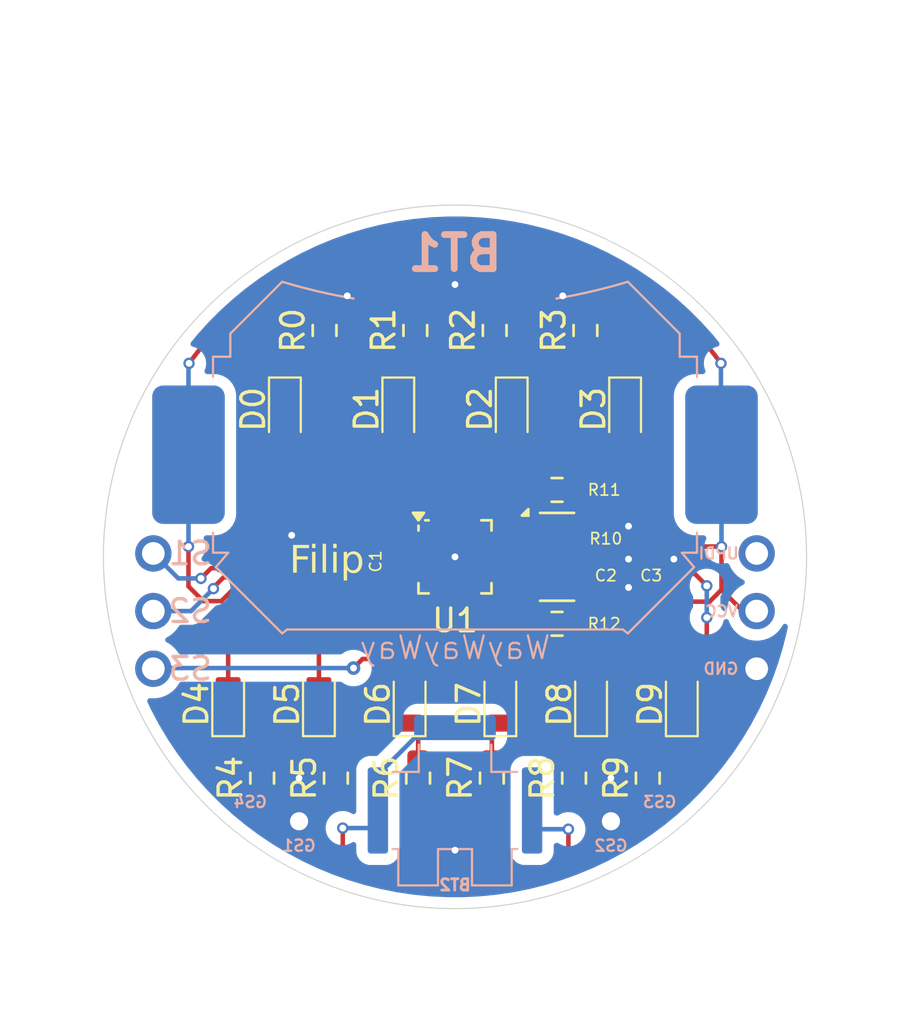
<source format=kicad_pcb>
(kicad_pcb (version 20241229) (generator "pcbnew") (generator_version "9.0")
  (layers (0 "F.Cu" signal) (2 "B.Cu" signal) (13 "F.Paste" user) (15 "B.Paste" user) (5 "F.SilkS" user "F.Silkscreen") (7 "B.SilkS" user "B.Silkscreen") (1 "F.Mask" user) (3 "B.Mask" user) (25 "Edge.Cuts" user))
  (net 0 "")
  (net 1 "VCC")
  (net 2 "GND")
  (net 3 "Net-(D0-K)")
  (net 4 "Net-(D1-K)")
  (net 5 "Net-(D2-K)")
  (net 6 "Net-(D3-K)")
  (net 7 "Net-(D4-K)")
  (net 8 "Net-(D5-K)")
  (net 9 "Net-(D6-K)")
  (net 10 "Net-(D7-K)")
  (net 11 "Net-(D8-K)")
  (net 12 "Net-(D9-K)")
  (net 13 "Net-(D3-A)")
  (net 14 "Net-(D6-A)")
  (net 15 "Net-(U1-PB1)")
  (net 16 "Net-(D9-A)")
  (net 17 "Net-(D2-A)")
  (net 18 "Net-(D8-A)")
  (net 19 "Net-(D1-A)")
  (net 20 "Net-(D0-A)")
  (net 21 "Net-(D7-A)")
  (net 22 "Net-(U1-~{RESET}{slash}PA0)")
  (net 23 "Net-(U1-PB0)")
  (net 24 "Net-(D5-A)")
  (net 25 "Net-(D4-A)")
  (net 26 "Net-(U2-EVI)")
  (net 30 "Net-(BackupBT1-+)")
  (net 31 "Net-(S1-In)")
  (net 32 "Net-(S2-In)")
  (net 33 "Net-(S3-In)")
  (footprint "Library:MiNiPLCC-2" (layer "F.Cu") (at 90 106.5 90)
    (property "Reference" "D4" (at 0 -1.4 90) (layer "F.SilkS"))
    (property "Value" "RED" (hide yes))
    (pad "1" smd roundrect (at -0.825 0 90) (size 0.75 1.1) (layers "F.Cu" "F.Mask" "F.Paste") (roundrect_rratio 0.15) (net 7 "Net-(D4-K)"))
    (pad "2" smd roundrect (at 0.825 0 90) (size 0.75 1.1) (layers "F.Cu" "F.Mask" "F.Paste") (roundrect_rratio 0.15) (net 25 "Net-(D4-A)"))
  )
  (footprint "Resistor_SMD:R_0603_1608Metric" (layer "F.Cu") (at 101.625 109.75 -90)
    (property "Reference" "R7" (at 0 1.4 90) (layer "F.SilkS"))
    (property "Value" "240Ω" (hide yes))
    (pad "1" smd roundrect (at -0.825 0 270) (size 0.8 0.95) (layers "F.Cu" "F.Mask" "F.Paste") (net 10 "Net-(D7-K)"))
    (pad "2" smd roundrect (at 0.825 0 270) (size 0.8 0.95) (layers "F.Cu" "F.Mask" "F.Paste") (net 2 "GND"))
  )
  (footprint "Resistor_SMD:R_0603_1608Metric" (layer "F.Cu") (at 94.75 109.75 -90)
    (property "Reference" "R5" (at 0 1.4 90) (layer "F.SilkS"))
    (property "Value" "240Ω" (hide yes))
    (pad "1" smd roundrect (at -0.825 0 270) (size 0.8 0.95) (layers "F.Cu" "F.Mask" "F.Paste") (net 8 "Net-(D5-K)"))
    (pad "2" smd roundrect (at 0.825 0 270) (size 0.8 0.95) (layers "F.Cu" "F.Mask" "F.Paste") (net 2 "GND"))
  )
  (footprint "Resistor_SMD:R_0603_1608Metric" (layer "F.Cu") (at 104.5 97.05 180)
    (property "Reference" "R11" (at -2.0775 0 0) (layer "F.SilkS") (effects (font (size 0.5 0.5) (thickness 0.075))))
    (property "Value" "10KΩ" (hide yes))
    (pad "1" smd roundrect (at -0.825 0 180) (size 0.8 0.95) (layers "F.Cu" "F.Mask" "F.Paste") (net 1 "VCC"))
    (pad "2" smd roundrect (at 0.825 0 180) (size 0.8 0.95) (layers "F.Cu" "F.Mask" "F.Paste") (net 23 "Net-(U1-PB0)"))
  )
  (footprint "Resistor_SMD:R_0603_1608Metric" (layer "F.Cu") (at 108.5 109.75 -90)
    (property "Reference" "R9" (at 0 1.4 90) (layer "F.SilkS"))
    (property "Value" "240Ω" (hide yes))
    (pad "1" smd roundrect (at -0.825 0 270) (size 0.8 0.95) (layers "F.Cu" "F.Mask" "F.Paste") (net 12 "Net-(D9-K)"))
    (pad "2" smd roundrect (at 0.825 0 270) (size 0.8 0.95) (layers "F.Cu" "F.Mask" "F.Paste") (net 2 "GND"))
  )
  (footprint "Resistor_SMD:R_0603_1608Metric" (layer "F.Cu") (at 98.375 109.75 -90)
    (property "Reference" "R6" (at 0 1.4 90) (layer "F.SilkS"))
    (property "Value" "240Ω" (hide yes))
    (pad "1" smd roundrect (at -0.825 0 270) (size 0.8 0.95) (layers "F.Cu" "F.Mask" "F.Paste") (net 9 "Net-(D6-K)"))
    (pad "2" smd roundrect (at 0.825 0 270) (size 0.8 0.95) (layers "F.Cu" "F.Mask" "F.Paste") (net 2 "GND"))
  )
  (footprint "Resistor_SMD:R_0603_1608Metric" (layer "F.Cu") (at 105.75 90.025 90)
    (property "Reference" "R3" (at 0 -1.4 90) (layer "F.SilkS"))
    (property "Value" "240Ω" (hide yes))
    (pad "1" smd roundrect (at -0.825 0 90) (size 0.8 0.95) (layers "F.Cu" "F.Mask" "F.Paste") (net 6 "Net-(D3-K)"))
    (pad "2" smd roundrect (at 0.825 0 90) (size 0.8 0.95) (layers "F.Cu" "F.Mask" "F.Paste") (net 2 "GND"))
  )
  (footprint "Resistor_SMD:R_0603_1608Metric" (layer "F.Cu") (at 98.25 90.025 90)
    (property "Reference" "R1" (at 0 -1.4 90) (layer "F.SilkS"))
    (property "Value" "240Ω" (hide yes))
    (pad "1" smd roundrect (at -0.825 0 90) (size 0.8 0.95) (layers "F.Cu" "F.Mask" "F.Paste") (net 4 "Net-(D1-K)"))
    (pad "2" smd roundrect (at 0.825 0 90) (size 0.8 0.95) (layers "F.Cu" "F.Mask" "F.Paste") (net 2 "GND"))
  )
  (footprint "Library:MiNiPLCC-2" (layer "F.Cu") (at 97.5 93.5 -90)
    (property "Reference" "D1" (at 0 1.4 90) (layer "F.SilkS"))
    (property "Value" "RED" (hide yes))
    (pad "1" smd roundrect (at -0.825 0 270) (size 0.75 1.1) (layers "F.Cu" "F.Mask" "F.Paste") (roundrect_rratio 0.15) (net 4 "Net-(D1-K)"))
    (pad "2" smd roundrect (at 0.825 0 270) (size 0.75 1.1) (layers "F.Cu" "F.Mask" "F.Paste") (roundrect_rratio 0.15) (net 19 "Net-(D1-A)"))
  )
  (footprint "Package_DFN_QFN:VQFN-20-1EP_3x3mm_P0.4mm_EP1.7x1.7mm" (layer "F.Cu") (at 100 100)
    (property "Reference" "U1" (at 0 2.8 0) (layer "F.SilkS"))
    (property "Value" "ATtiny1616-M" (hide yes))
    (pad "1" smd custom (at -1.45 -0.8) (size 0.143431 0.143431) (layers "F.Cu" "F.Mask" "F.Paste") (net 31 "Net-(S1-In)") (options (clearance outline) (anchor circle)) (primitives (gr_poly (pts (xy -0.35 -0.05) (xy 0.299289 -0.05) (xy 0.35 0.000711) (xy 0.35 0.05) (xy -0.35 0.05)) (width 0.1) (fill yes))))
    (pad "2" smd roundrect (at -1.45 -0.4) (size 0.8 0.2) (layers "F.Cu" "F.Mask" "F.Paste") (net 32 "Net-(S2-In)"))
    (pad "3" smd roundrect (at -1.45 0) (size 0.8 0.2) (layers "F.Cu" "F.Mask" "F.Paste") (net 2 "GND"))
    (pad "4" smd roundrect (at -1.45 0.4) (size 0.8 0.2) (layers "F.Cu" "F.Mask" "F.Paste") (net 1 "VCC"))
    (pad "5" smd custom (at -1.45 0.8) (size 0.143431 0.143431) (layers "F.Cu" "F.Mask" "F.Paste") (net 25 "Net-(D4-A)") (options (clearance outline) (anchor circle)) (primitives (gr_poly (pts (xy -0.35 -0.05) (xy 0.35 -0.05) (xy 0.35 -0.000711) (xy 0.299289 0.05) (xy -0.35 0.05)) (width 0.1) (fill yes))))
    (pad "6" smd custom (at -0.8 1.45) (size 0.143431 0.143431) (layers "F.Cu" "F.Mask" "F.Paste") (net 24 "Net-(D5-A)") (options (clearance outline) (anchor circle)) (primitives (gr_poly (pts (xy -0.05 -0.299289) (xy 0.000711 -0.35) (xy 0.05 -0.35) (xy 0.05 0.35) (xy -0.05 0.35)) (width 0.1) (fill yes))))
    (pad "7" smd roundrect (at -0.4 1.45) (size 0.2 0.8) (layers "F.Cu" "F.Mask" "F.Paste") (net 33 "Net-(S3-In)"))
    (pad "8" smd roundrect (at 0 1.45) (size 0.2 0.8) (layers "F.Cu" "F.Mask" "F.Paste") (net 14 "Net-(D6-A)"))
    (pad "9" smd roundrect (at 0.4 1.45) (size 0.2 0.8) (layers "F.Cu" "F.Mask" "F.Paste") (net 21 "Net-(D7-A)"))
    (pad "10" smd custom (at 0.8 1.45) (size 0.143431 0.143431) (layers "F.Cu" "F.Mask" "F.Paste") (net 18 "Net-(D8-A)") (options (clearance outline) (anchor circle)) (primitives (gr_poly (pts (xy -0.05 -0.35) (xy -0.000711 -0.35) (xy 0.05 -0.299289) (xy 0.05 0.35) (xy -0.05 0.35)) (width 0.1) (fill yes))))
    (pad "11" smd custom (at 1.45 0.8) (size 0.143431 0.143431) (layers "F.Cu" "F.Mask" "F.Paste") (net 16 "Net-(D9-A)") (options (clearance outline) (anchor circle)) (primitives (gr_poly (pts (xy -0.35 -0.05) (xy 0.35 -0.05) (xy 0.35 0.05) (xy -0.299289 0.05) (xy -0.35 -0.000711)) (width 0.1) (fill yes))))
    (pad "12" smd roundrect (at 1.45 0.4) (size 0.8 0.2) (layers "F.Cu" "F.Mask" "F.Paste"))
    (pad "13" smd roundrect (at 1.45 0) (size 0.8 0.2) (layers "F.Cu" "F.Mask" "F.Paste") (net 15 "Net-(U1-PB1)"))
    (pad "14" smd roundrect (at 1.45 -0.4) (size 0.8 0.2) (layers "F.Cu" "F.Mask" "F.Paste") (net 23 "Net-(U1-PB0)"))
    (pad "15" smd custom (at 1.45 -0.8) (size 0.143431 0.143431) (layers "F.Cu" "F.Mask" "F.Paste") (options (clearance outline) (anchor circle)) (primitives (gr_poly (pts (xy -0.35 0.000711) (xy -0.299289 -0.05) (xy 0.35 -0.05) (xy 0.35 0.05) (xy -0.35 0.05)) (width 0.1) (fill yes))))
    (pad "16" smd custom (at 0.8 -1.45) (size 0.143431 0.143431) (layers "F.Cu" "F.Mask" "F.Paste") (net 13 "Net-(D3-A)") (options (clearance outline) (anchor circle)) (primitives (gr_poly (pts (xy -0.05 -0.35) (xy 0.05 -0.35) (xy 0.05 0.299289) (xy -0.000711 0.35) (xy -0.05 0.35)) (width 0.1) (fill yes))))
    (pad "17" smd roundrect (at 0.4 -1.45) (size 0.2 0.8) (layers "F.Cu" "F.Mask" "F.Paste") (net 17 "Net-(D2-A)"))
    (pad "18" smd roundrect (at 0 -1.45) (size 0.2 0.8) (layers "F.Cu" "F.Mask" "F.Paste") (net 19 "Net-(D1-A)"))
    (pad "19" smd roundrect (at -0.4 -1.45) (size 0.2 0.8) (layers "F.Cu" "F.Mask" "F.Paste") (net 22 "Net-(U1-~{RESET}{slash}PA0)"))
    (pad "20" smd custom (at -0.8 -1.45) (size 0.143431 0.143431) (layers "F.Cu" "F.Mask" "F.Paste") (net 20 "Net-(D0-A)") (options (clearance outline) (anchor circle)) (primitives (gr_poly (pts (xy -0.05 -0.35) (xy 0.05 -0.35) (xy 0.05 0.35) (xy 0.000711 0.35) (xy -0.05 0.299289)) (width 0.1) (fill yes))))
    (pad "21" smd rect (at 0 0) (size 1.7 1.7) (property pad_prop_heatsink) (layers "F.Cu" "F.Mask") (net 2 "GND"))
  )
  (footprint "Library:MiNiPLCC-2" (layer "F.Cu") (at 92.5 93.5 -90)
    (property "Reference" "D0" (at 0 1.4 90) (layer "F.SilkS"))
    (property "Value" "RED" (hide yes))
    (pad "1" smd roundrect (at -0.825 0 270) (size 0.75 1.1) (layers "F.Cu" "F.Mask" "F.Paste") (roundrect_rratio 0.15) (net 3 "Net-(D0-K)"))
    (pad "2" smd roundrect (at 0.825 0 270) (size 0.75 1.1) (layers "F.Cu" "F.Mask" "F.Paste") (roundrect_rratio 0.15) (net 20 "Net-(D0-A)"))
  )
  (footprint "Resistor_SMD:R_0603_1608Metric" (layer "F.Cu") (at 104.5 102.95 180)
    (property "Reference" "R12" (at -2.075 0 0) (layer "F.SilkS") (effects (font (size 0.5 0.5) (thickness 0.075))))
    (property "Value" "10KΩ" (hide yes))
    (pad "1" smd roundrect (at -0.825 0 180) (size 0.8 0.95) (layers "F.Cu" "F.Mask" "F.Paste") (net 1 "VCC"))
    (pad "2" smd roundrect (at 0.825 0 180) (size 0.8 0.95) (layers "F.Cu" "F.Mask" "F.Paste") (net 15 "Net-(U1-PB1)"))
  )
  (footprint "Library:MiNiPLCC-2" (layer "F.Cu") (at 98 106.5 90)
    (property "Reference" "D6" (at 0 -1.4 90) (layer "F.SilkS"))
    (property "Value" "RED" (hide yes))
    (pad "1" smd roundrect (at -0.825 0 90) (size 0.75 1.1) (layers "F.Cu" "F.Mask" "F.Paste") (roundrect_rratio 0.15) (net 9 "Net-(D6-K)"))
    (pad "2" smd roundrect (at 0.825 0 90) (size 0.75 1.1) (layers "F.Cu" "F.Mask" "F.Paste") (roundrect_rratio 0.15) (net 14 "Net-(D6-A)"))
  )
  (footprint "Capacitor_SMD:C_0201_0603Metric" (layer "F.Cu") (at 106.65 100.1)
    (property "Reference" "C2" (at 0 0.725 180) (layer "F.SilkS") (effects (font (size 0.5 0.5) (thickness 0.075))))
    (property "Value" "0.1 µF" (hide yes))
    (pad "1" smd roundrect (at -0.32 0) (size 0.46 0.4) (layers "F.Cu" "F.Mask") (net 1 "VCC"))
    (pad "2" smd roundrect (at 0.32 0) (size 0.46 0.4) (layers "F.Cu" "F.Mask") (net 2 "GND"))
  )
  (footprint "Library:MiNiPLCC-2" (layer "F.Cu") (at 102.5 93.5 -90)
    (property "Reference" "D2" (at 0 1.4 90) (layer "F.SilkS"))
    (property "Value" "RED" (hide yes))
    (pad "1" smd roundrect (at -0.825 0 270) (size 0.75 1.1) (layers "F.Cu" "F.Mask" "F.Paste") (roundrect_rratio 0.15) (net 5 "Net-(D2-K)"))
    (pad "2" smd roundrect (at 0.825 0 270) (size 0.75 1.1) (layers "F.Cu" "F.Mask" "F.Paste") (roundrect_rratio 0.15) (net 17 "Net-(D2-A)"))
  )
  (footprint "Library:MiNiPLCC-2" (layer "F.Cu") (at 94 106.5 90)
    (property "Reference" "D5" (at 0 -1.4 90) (layer "F.SilkS"))
    (property "Value" "RED" (hide yes))
    (pad "1" smd roundrect (at -0.825 0 90) (size 0.75 1.1) (layers "F.Cu" "F.Mask" "F.Paste") (roundrect_rratio 0.15) (net 8 "Net-(D5-K)"))
    (pad "2" smd roundrect (at 0.825 0 90) (size 0.75 1.1) (layers "F.Cu" "F.Mask" "F.Paste") (roundrect_rratio 0.15) (net 24 "Net-(D5-A)"))
  )
  (footprint "Resistor_SMD:R_0603_1608Metric" (layer "F.Cu") (at 101.75 90.025 90)
    (property "Reference" "R2" (at 0 -1.4 90) (layer "F.SilkS"))
    (property "Value" "240Ω" (hide yes))
    (pad "1" smd roundrect (at -0.825 0 90) (size 0.8 0.95) (layers "F.Cu" "F.Mask" "F.Paste") (net 5 "Net-(D2-K)"))
    (pad "2" smd roundrect (at 0.825 0 90) (size 0.8 0.95) (layers "F.Cu" "F.Mask" "F.Paste") (net 2 "GND"))
  )
  (footprint "Resistor_SMD:R_0603_1608Metric" (layer "F.Cu") (at 91.5 109.75 -90)
    (property "Reference" "R4" (at 0 1.4 90) (layer "F.SilkS"))
    (property "Value" "240Ω" (hide yes))
    (pad "1" smd roundrect (at -0.825 0 270) (size 0.8 0.95) (layers "F.Cu" "F.Mask" "F.Paste") (net 7 "Net-(D4-K)"))
    (pad "2" smd roundrect (at 0.825 0 270) (size 0.8 0.95) (layers "F.Cu" "F.Mask" "F.Paste") (net 2 "GND"))
  )
  (footprint "Capacitor_SMD:C_0201_0603Metric" (layer "F.Cu") (at 97.2 100.2 90)
    (property "Reference" "C1" (at 0 -0.7 270) (layer "F.SilkS") (effects (font (size 0.5 0.5) (thickness 0.075))))
    (property "Value" "0.1 µF" (hide yes))
    (pad "1" smd roundrect (at -0.32 0 90) (size 0.46 0.4) (layers "F.Cu" "F.Mask") (net 1 "VCC"))
    (pad "2" smd roundrect (at 0.32 0 90) (size 0.46 0.4) (layers "F.Cu" "F.Mask") (net 2 "GND"))
  )
  (footprint "Library:MiNiPLCC-2" (layer "F.Cu") (at 102 106.5 90)
    (property "Reference" "D7" (at 0 -1.4 90) (layer "F.SilkS"))
    (property "Value" "RED" (hide yes))
    (pad "1" smd roundrect (at -0.825 0 90) (size 0.75 1.1) (layers "F.Cu" "F.Mask" "F.Paste") (roundrect_rratio 0.15) (net 10 "Net-(D7-K)"))
    (pad "2" smd roundrect (at 0.825 0 90) (size 0.75 1.1) (layers "F.Cu" "F.Mask" "F.Paste") (roundrect_rratio 0.15) (net 21 "Net-(D7-A)"))
  )
  (footprint "Package_SON:MicroCrystal_C7_SON-8_1.5x3.2mm_P0.9mm" (layer "F.Cu") (at 104.5 100)
    (property "Reference" "U2" (hide yes))
    (property "Value" "RV-3028-C7" (hide yes))
    (pad "1" smd roundrect (at -0.6 -1.35) (size 0.8 0.5) (layers "F.Cu" "F.Mask" "F.Paste"))
    (pad "2" smd roundrect (at -0.6 -0.45) (size 0.8 0.5) (layers "F.Cu" "F.Mask" "F.Paste"))
    (pad "3" smd roundrect (at -0.6 0.45) (size 0.8 0.5) (layers "F.Cu" "F.Mask" "F.Paste") (net 23 "Net-(U1-PB0)"))
    (pad "4" smd roundrect (at -0.6 1.35) (size 0.8 0.5) (layers "F.Cu" "F.Mask" "F.Paste") (net 15 "Net-(U1-PB1)"))
    (pad "5" smd roundrect (at 0.6 1.35) (size 0.8 0.5) (layers "F.Cu" "F.Mask" "F.Paste") (net 2 "GND"))
    (pad "6" smd roundrect (at 0.6 0.45) (size 0.8 0.5) (layers "F.Cu" "F.Mask" "F.Paste") (net 30 "Net-(BackupBT1-+)"))
    (pad "7" smd roundrect (at 0.6 -0.45) (size 0.8 0.5) (layers "F.Cu" "F.Mask" "F.Paste") (net 1 "VCC"))
    (pad "8" smd roundrect (at 0.6 -1.35) (size 0.8 0.5) (layers "F.Cu" "F.Mask" "F.Paste") (net 26 "Net-(U2-EVI)"))
  )
  (footprint "Resistor_SMD:R_0201_0603Metric" (layer "F.Cu") (at 106.65 98.475)
    (property "Reference" "R10" (at 0 0.725 0) (layer "F.SilkS") (effects (font (size 0.5 0.5) (thickness 0.075))))
    (property "Value" "10KΩ" (hide yes))
    (pad "1" smd roundrect (at -0.32 0) (size 0.46 0.4) (layers "F.Cu" "F.Mask") (net 26 "Net-(U2-EVI)"))
    (pad "2" smd roundrect (at 0.32 0) (size 0.46 0.4) (layers "F.Cu" "F.Mask") (net 2 "GND"))
  )
  (footprint "Library:MiNiPLCC-2" (layer "F.Cu") (at 110 106.5 90)
    (property "Reference" "D9" (at 0 -1.4 90) (layer "F.SilkS"))
    (property "Value" "RED" (hide yes))
    (pad "1" smd roundrect (at -0.825 0 90) (size 0.75 1.1) (layers "F.Cu" "F.Mask" "F.Paste") (roundrect_rratio 0.15) (net 12 "Net-(D9-K)"))
    (pad "2" smd roundrect (at 0.825 0 90) (size 0.75 1.1) (layers "F.Cu" "F.Mask" "F.Paste") (roundrect_rratio 0.15) (net 16 "Net-(D9-A)"))
  )
  (footprint "Capacitor_SMD:C_0201_0603Metric" (layer "F.Cu") (at 108.65 100.1 180)
    (property "Reference" "C3" (at 0 -0.725 0) (layer "F.SilkS") (effects (font (size 0.5 0.5) (thickness 0.075))))
    (property "Value" "0.1 µF" (hide yes))
    (pad "1" smd roundrect (at -0.32 0 180) (size 0.46 0.4) (layers "F.Cu" "F.Mask") (net 2 "GND"))
    (pad "2" smd roundrect (at 0.32 0 180) (size 0.46 0.4) (layers "F.Cu" "F.Mask") (net 30 "Net-(BackupBT1-+)"))
  )
  (footprint "Library:MiNiPLCC-2" (layer "F.Cu") (at 107.5 93.5 -90)
    (property "Reference" "D3" (at 0 1.4 90) (layer "F.SilkS"))
    (property "Value" "RED" (hide yes))
    (pad "1" smd roundrect (at -0.825 0 270) (size 0.75 1.1) (layers "F.Cu" "F.Mask" "F.Paste") (roundrect_rratio 0.15) (net 6 "Net-(D3-K)"))
    (pad "2" smd roundrect (at 0.825 0 270) (size 0.75 1.1) (layers "F.Cu" "F.Mask" "F.Paste") (roundrect_rratio 0.15) (net 13 "Net-(D3-A)"))
  )
  (footprint "Resistor_SMD:R_0603_1608Metric" (layer "F.Cu") (at 105.25 109.75 -90)
    (property "Reference" "R8" (at 0 1.4 90) (layer "F.SilkS"))
    (property "Value" "240Ω" (hide yes))
    (pad "1" smd roundrect (at -0.825 0 270) (size 0.8 0.95) (layers "F.Cu" "F.Mask" "F.Paste") (net 11 "Net-(D8-K)"))
    (pad "2" smd roundrect (at 0.825 0 270) (size 0.8 0.95) (layers "F.Cu" "F.Mask" "F.Paste") (net 2 "GND"))
  )
  (footprint "Resistor_SMD:R_0603_1608Metric" (layer "F.Cu") (at 94.25 90.025 90)
    (property "Reference" "R0" (at 0 -1.4 90) (layer "F.SilkS"))
    (property "Value" "240Ω" (hide yes))
    (pad "1" smd roundrect (at -0.825 0 90) (size 0.8 0.95) (layers "F.Cu" "F.Mask" "F.Paste") (net 3 "Net-(D0-K)"))
    (pad "2" smd roundrect (at 0.825 0 90) (size 0.8 0.95) (layers "F.Cu" "F.Mask" "F.Paste") (net 2 "GND"))
  )
  (footprint "Library:MiNiPLCC-2" (layer "F.Cu") (at 106 106.5 90)
    (property "Reference" "D8" (at 0 -1.4 90) (layer "F.SilkS"))
    (property "Value" "RED" (hide yes))
    (pad "1" smd roundrect (at -0.825 0 90) (size 0.75 1.1) (layers "F.Cu" "F.Mask" "F.Paste") (roundrect_rratio 0.15) (net 11 "Net-(D8-K)"))
    (pad "2" smd roundrect (at 0.825 0 90) (size 0.75 1.1) (layers "F.Cu" "F.Mask" "F.Paste") (roundrect_rratio 0.15) (net 18 "Net-(D8-A)"))
  )
  (footprint "Library:SolderPoints" (layer "B.Cu") (at 86.7 104.93 180)
    (property "Reference" "S3" (at -1.63 0 0) (layer "B.SilkS") (effects (justify mirror)))
    (property "Value" "~")
    (pad "1" thru_hole circle (at 0 0 180) (size 1.6 1.6) (drill 1) (layers "*.Cu" "*.Mask") (net 33 "Net-(S3-In)"))
  )
  (footprint "Library:SolderPoints" (layer "B.Cu") (at 90.975 108.1 180)
    (property "Reference" "GS4" (at 0 -2.7 0) (layer "B.SilkS") (effects (font (size 0.5 0.5) (thickness 0.1)) (justify mirror)))
    (property "Value" "~" (hide yes))
    (pad "1" smd circle (at 0 0 180) (size 4.5 4.5) (layers "B.Cu" "B.Mask") (net 2 "GND"))
  )
  (footprint "Library:SolderPoints" (layer "B.Cu") (at 113.3 104.93 180)
    (property "Reference" "GND" (at 1.575 0 0) (layer "B.SilkS") (effects (font (size 0.5 0.5) (thickness 0.1) (bold yes)) (justify mirror)))
    (property "Value" "TestPoint" (hide yes))
    (pad "1" thru_hole circle (at 0 0 180) (size 1.6 1.6) (drill 1) (layers "*.Cu" "*.Mask") (net 2 "GND"))
  )
  (footprint "Library:SolderPoints" (layer "B.Cu") (at 113.3 99.85 180)
    (property "Reference" "UPDI" (at 1.675 0 0) (layer "B.SilkS") (effects (font (size 0.5 0.5) (thickness 0.1) (bold yes)) (justify mirror)))
    (property "Value" "TestPoint" (hide yes))
    (pad "1" thru_hole circle (at 0 0 180) (size 1.6 1.6) (drill 1) (layers "*.Cu" "*.Mask") (net 22 "Net-(U1-~{RESET}{slash}PA0)"))
  )
  (footprint "Library:MY-521-01" (layer "B.Cu") (at 100 111.175 180)
    (property "Reference" "BackupBT1" (hide yes))
    (property "Value" "SR521SW Watch_Battery" (hide yes))
    (pad "1" smd roundrect (at -3.4 0 180) (size 0.9 3.8) (layers "B.Cu" "B.Mask" "B.Paste") (roundrect_rratio 0.15) (net 30 "Net-(BackupBT1-+)"))
    (pad "1" smd roundrect (at 0 3.65 180) (size 3.6 1.1) (layers "B.Cu" "B.Mask" "B.Paste") (roundrect_rratio 0.15) (net 30 "Net-(BackupBT1-+)"))
    (pad "1" smd roundrect (at 3.4 0 180) (size 0.9 3.8) (layers "B.Cu" "B.Mask" "B.Paste") (roundrect_rratio 0.15) (net 30 "Net-(BackupBT1-+)"))
    (pad "2" smd circle (at 0 0 180) (size 2.4 2.4) (layers "B.Cu" "B.Mask") (net 2 "GND"))
  )
  (footprint "Library:SolderPoints" (layer "B.Cu") (at 109.025 108.1 180)
    (property "Reference" "GS3" (at 0 -2.7 0) (layer "B.SilkS") (effects (font (size 0.5 0.5) (thickness 0.1)) (justify mirror)))
    (property "Value" "~")
    (pad "1" smd circle (at 0 0 180) (size 4.5 4.5) (layers "B.Cu" "B.Mask") (net 2 "GND"))
  )
  (footprint "Library:SolderPoints" (layer "B.Cu") (at 86.7 99.85 180)
    (property "Reference" "S1" (at -1.63 0 0) (layer "B.SilkS") (effects (justify mirror)))
    (property "Value" "~")
    (pad "1" thru_hole circle (at 0 0 180) (size 1.6 1.6) (drill 1) (layers "*.Cu" "*.Mask") (net 31 "Net-(S1-In)"))
  )
  (footprint "Library:SolderPoints" (layer "B.Cu") (at 106.875 112.275 180)
    (property "Reference" "GS2" (at 0 -0.45 0) (layer "B.SilkS") (effects (font (size 0.5 0.5) (thickness 0.1)) (justify mirror)))
    (property "Value" "~" (hide yes))
    (pad "1" thru_hole circle (at 0 0.625 180) (size 1.4 1.4) (drill 0.8) (layers "*.Cu" "*.Mask") (net 2 "GND"))
  )
  (footprint "Library:SolderPoints" (layer "B.Cu") (at 93.125 112.275 180)
    (property "Reference" "GS1" (at 0 -0.45 0) (layer "B.SilkS") (effects (font (size 0.5 0.5) (thickness 0.1)) (justify mirror)))
    (property "Value" "~" (hide yes))
    (pad "1" thru_hole circle (at 0 0.625 180) (size 1.4 1.4) (drill 0.8) (layers "*.Cu" "*.Mask") (net 2 "GND"))
  )
  (footprint "Library:SolderPoints" (layer "B.Cu") (at 113.3 102.39 180)
    (property "Reference" "VCC" (at 1.55 -0.01 0) (layer "B.SilkS") (effects (font (size 0.5 0.5) (thickness 0.1) (bold yes)) (justify mirror)))
    (property "Value" "TestPoint" (hide yes))
    (pad "1" thru_hole circle (at 0 0 180) (size 1.6 1.6) (drill 1) (layers "*.Cu" "*.Mask") (net 1 "VCC"))
  )
  (footprint "Library:SolderPoints" (layer "B.Cu") (at 86.7 102.39 180)
    (property "Reference" "S2" (at -1.63 0 0) (layer "B.SilkS") (effects (justify mirror)))
    (property "Value" "~")
    (pad "1" thru_hole circle (at 0 0 180) (size 1.6 1.6) (drill 1) (layers "*.Cu" "*.Mask") (net 32 "Net-(S2-In)"))
  )
  (footprint "Library:MY-2032-11" (layer "B.Cu") (at 100 95.5)
    (property "Reference" "BT1" (hide yes))
    (property "Value" "2032 Battery_Cell" (hide yes))
    (pad "1" smd roundrect (at -11.75 0) (size 3.2 6.1) (layers "B.Cu" "B.Mask" "B.Paste") (roundrect_rratio 0.15) (net 1 "VCC"))
    (pad "1" smd roundrect (at 11.75 0) (size 3.2 6.1) (layers "B.Cu" "B.Mask" "B.Paste") (roundrect_rratio 0.15) (net 1 "VCC"))
    (pad "2" smd circle (at 0 0) (size 15 15) (layers "B.Cu" "B.Mask") (net 2 "GND"))
  )
  (gr_arc (start 88.275 91.475) (mid 99.997247 85.503406) (end 111.721761 91.470548) (stroke (width 0.2)) (layer "F.Cu") (net 1))
  (gr_arc (start 111.1 109.45) (mid 103.741783 114.089413) (end 95.051262 113.712129) (stroke (width 0.2)) (layer "F.Cu") (net 30))
  (gr_circle (center 100 100) (end 115.5 100) (stroke (width 0.05)) (fill no) (layer "Edge.Cuts"))
  (gr_text "Filip" (at 94.35 100.2 0) (layer "F.SilkS") (effects (font (size 1.2 1.2))))
  (gr_text "BT2" (at 100 114.75 0) (layer "B.SilkS") (effects (font (size 0.5 0.5) (thickness 0.125) (bold yes)) (justify bottom mirror)))
  (gr_text "WayWayWay" (at 100 104 0) (layer "B.SilkS") (effects (font (size 1 1) (thickness 0.1)) (justify mirror)))
  (gr_text "BT1" (at 100 87.5 0) (layer "B.SilkS") (effects (font (size 1.5 1.5) (thickness 0.3) (bold yes)) (justify bottom mirror)))
  (segment (start 97.09 101.35) (end 97.69 100.75) (width 0.2) (layer "F.Cu") (net 1))
  (segment (start 106.1 99.55) (end 111.75 99.55) (width 0.2) (layer "F.Cu") (net 1))
  (segment (start 97.49 100.4) (end 97.41 100.48) (width 0.2) (layer "F.Cu") (net 1))
  (segment (start 97.9 100.4) (end 97.49 100.4) (width 0.2) (layer "F.Cu") (net 1))
  (segment (start 105.1 99.55) (end 106.1 99.55) (width 0.2) (layer "F.Cu") (net 1))
  (segment (start 108.2 99.275) (end 108.2 98.225) (width 0.2) (layer "F.Cu") (net 1))
  (segment (start 97.275 100.675) (end 97.28 100.675) (width 0.1) (layer "F.Cu") (net 1))
  (segment (start 111.75 101.45) (end 111.75 99.55) (width 0.2) (layer "F.Cu") (net 1))
  (segment (start 111.225 101.975) (end 111.75 101.45) (width 0.2) (layer "F.Cu") (net 1))
  (segment (start 106.3 101.975) (end 111.225 101.975) (width 0.2) (layer "F.Cu") (net 1))
  (segment (start 88.9 101.95) (end 89.7 101.95) (width 0.2) (layer "F.Cu") (net 1))
  (segment (start 107.95 97.975) (end 105.95 97.975) (width 0.2) (layer "F.Cu") (net 1))
  (segment (start 108.2 98.225) (end 107.95 97.975) (width 0.2) (layer "F.Cu") (net 1))
  (segment (start 108.475 99.55) (end 108.2 99.275) (width 0.2) (layer "F.Cu") (net 1))
  (segment (start 90.3 101.35) (end 97.09 101.35) (width 0.2) (layer "F.Cu") (net 1))
  (segment (start 97.7 100.6) (end 97.9 100.4) (width 0.2) (layer "F.Cu") (net 1))
  (segment (start 98.55 100.4) (end 97.9 100.4) (width 0.2) (layer "F.Cu") (net 1))
  (segment (start 105.95 97.975) (end 105.325 97.35) (width 0.2) (layer "F.Cu") (net 1))
  (segment (start 89.7 101.95) (end 90.3 101.35) (width 0.2) (layer "F.Cu") (net 1))
  (segment (start 105.325 102.95) (end 106.3 101.975) (width 0.2) (layer "F.Cu") (net 1))
  (segment (start 112.69 102.39) (end 111.75 101.45) (width 0.2) (layer "F.Cu") (net 1))
  (segment (start 105.325 97.35) (end 105.325 97.05) (width 0.2) (layer "F.Cu") (net 1))
  (segment (start 106.33 99.78) (end 106.1 99.55) (width 0.2) (layer "F.Cu") (net 1))
  (segment (start 88.25 99.55) (end 88.25 101.3) (width 0.2) (layer "F.Cu") (net 1))
  (segment (start 111.75 99.55) (end 108.475 99.55) (width 0.2) (layer "F.Cu") (net 1))
  (segment (start 97.41 100.48) (end 97.24 100.48) (width 0.2) (layer "F.Cu") (net 1))
  (segment (start 105.2225 97.2475) (end 105.2225 97.05) (width 0.2) (layer "F.Cu") (net 1))
  (segment (start 97.7 100.75) (end 97.7 100.6) (width 0.2) (layer "F.Cu") (net 1))
  (segment (start 97.69 100.75) (end 97.7 100.75) (width 0.2) (layer "F.Cu") (net 1))
  (segment (start 113.3 102.39) (end 112.69 102.39) (width 0.2) (layer "F.Cu") (net 1))
  (segment (start 88.25 101.3) (end 88.9 101.95) (width 0.2) (layer "F.Cu") (net 1))
  (segment (start 106.33 100.1) (end 106.33 99.78) (width 0.2) (layer "F.Cu") (net 1))
  (segment (start 97.24 100.48) (end 97.2 100.52) (width 0.2) (layer "F.Cu") (net 1))
  (via (at 111.725 91.475) (size 0.5) (drill 0.3) (layers "F.Cu" "B.Cu") (net 1))
  (via (at 88.25 99.55) (size 0.5) (drill 0.3) (layers "F.Cu" "B.Cu") (net 1))
  (via (at 111.75 99.55) (size 0.5) (drill 0.3) (layers "F.Cu" "B.Cu") (net 1))
  (via (at 88.275 91.475) (size 0.5) (drill 0.3) (layers "F.Cu" "B.Cu") (net 1))
  (segment (start 111.725 95.475) (end 111.75 95.5) (width 0.2) (layer "B.Cu") (net 1))
  (segment (start 88.25 95.5) (end 88.25 91.5) (width 0.2) (layer "B.Cu") (net 1))
  (segment (start 111.725 91.45) (end 111.75 91.475) (width 0.2) (layer "B.Cu") (net 1))
  (segment (start 111.75 99.55) (end 111.75 95.5) (width 0.2) (layer "B.Cu") (net 1))
  (segment (start 88.25 91.5) (end 88.275 91.475) (width 0.2) (layer "B.Cu") (net 1))
  (segment (start 88.25 99.55) (end 88.25 95.5) (width 0.2) (layer "B.Cu") (net 1))
  (segment (start 111.725 91.475) (end 111.725 95.475) (width 0.2) (layer "B.Cu") (net 1))
  (segment (start 107.7 110.575) (end 106.875 109.75) (width 0.2) (layer "F.Cu") (net 2))
  (segment (start 98.55 100) (end 97.94 100) (width 0.2) (layer "F.Cu") (net 2))
  (segment (start 97.399999 99.88) (end 97.2 99.88) (width 0.2) (layer "F.Cu") (net 2))
  (segment (start 91.5 110.575) (end 92.3 110.575) (width 0.2) (layer "F.Cu") (net 2))
  (segment (start 105.05 88.5) (end 104.75 88.5) (width 0.2) (layer "F.Cu") (net 2))
  (segment (start 92.8 99.05) (end 92.79 99.06) (width 0.2) (layer "F.Cu") (net 2))
  (segment (start 107.65 101.35) (end 105.1 101.35) (width 0.2) (layer "F.Cu") (net 2))
  (segment (start 93.125 109.75) (end 93.95 110.575) (width 0.2) (layer "F.Cu") (net 2))
  (segment (start 94.95 88.5) (end 95.25 88.5) (width 0.2) (layer "F.Cu") (net 2))
  (segment (start 94.25 89.2) (end 94.95 88.5) (width 0.2) (layer "F.Cu") (net 2))
  (segment (start 101.75 89.2) (end 101.75 88.25) (width 0.2) (layer "F.Cu") (net 2))
  (segment (start 106.97 100.1) (end 107.65 100.1) (width 0.2) (layer "F.Cu") (net 2))
  (segment (start 108.5 110.575) (end 107.7 110.575) (width 0.2) (layer "F.Cu") (net 2))
  (segment (start 107.145 98.65) (end 106.97 98.475) (width 0.2) (layer "F.Cu") (net 2))
  (segment (start 98.25 89.2) (end 98.25 88.25) (width 0.2) (layer "F.Cu") (net 2))
  (segment (start 101.625 112.5) (end 101.2 112.925) (width 0.2) (layer "F.Cu") (net 2))
  (segment (start 101.2 112.925) (end 100 112.925) (width 0.2) (layer "F.Cu") (net 2))
  (segment (start 107.02 100.1) (end 106.97 100.05) (width 0.2) (layer "F.Cu") (net 2))
  (segment (start 98.5 88) (end 100 88) (width 0.2) (layer "F.Cu") (net 2))
  (segment (start 98.375 112.5) (end 98.8 112.925) (width 0.2) (layer "F.Cu") (net 2))
  (segment (start 96.65 99.05) (end 92.8 99.05) (width 0.2) (layer "F.Cu") (net 2))
  (segment (start 101.5 88) (end 100 88) (width 0.2) (layer "F.Cu") (net 2))
  (segment (start 92.3 110.575) (end 93.125 109.75) (width 0.2) (layer "F.Cu") (net 2))
  (segment (start 98.8 112.925) (end 100 112.925) (width 0.2) (layer "F.Cu") (net 2))
  (segment (start 97.6 100) (end 97.519999 100) (width 0.2) (layer "F.Cu") (net 2))
  (segment (start 107.145 98.65) (end 107.65 98.65) (width 0.2) (layer "F.Cu") (net 2))
  (segment (start 97.6 100) (end 96.65 99.05) (width 0.2) (layer "F.Cu") (net 2))
  (segment (start 93.95 110.575) (end 94.75 110.575) (width 0.2) (layer "F.Cu") (net 2))
  (segment (start 97.94 100) (end 97.6 100) (width 0.2) (layer "F.Cu") (net 2))
  (segment (start 101.625 110.575) (end 101.625 112.5) (width 0.2) (layer "F.Cu") (net 2))
  (segment (start 108.97 100.1) (end 109.65 100.1) (width 0.2) (layer "F.Cu") (net 2))
  (segment (start 106.05 110.575) (end 106.875 109.75) (width 0.2) (layer "F.Cu") (net 2))
  (segment (start 105.75 89.2) (end 105.05 88.5) (width 0.2) (layer "F.Cu") (net 2))
  (segment (start 98.375 110.575) (end 98.375 112.5) (width 0.2) (layer "F.Cu") (net 2))
  (segment (start 101.75 88.25) (end 101.5 88) (width 0.2) (layer "F.Cu") (net 2))
  (segment (start 105.25 110.575) (end 106.05 110.575) (width 0.2) (layer "F.Cu") (net 2))
  (segment (start 98.25 88.25) (end 98.5 88) (width 0.2) (layer "F.Cu") (net 2))
  (segment (start 97.519999 100) (end 97.399999 99.88) (width 0.2) (layer "F.Cu") (net 2))
  (via (at 100 100) (size 0.5) (drill 0.3) (layers "F.Cu" "B.Cu") (net 2))
  (via (at 104.75 88.5) (size 0.5) (drill 0.3) (layers "F.Cu" "B.Cu") (net 2))
  (via (at 107.65 100.1) (size 0.5) (drill 0.3) (layers "F.Cu" "B.Cu") (net 2))
  (via (at 106.875 109.75) (size 0.5) (drill 0.3) (layers "F.Cu" "B.Cu") (net 2))
  (via (at 109.65 100.1) (size 0.5) (drill 0.3) (layers "F.Cu" "B.Cu") (net 2))
  (via (at 107.65 98.65) (size 0.5) (drill 0.3) (layers "F.Cu" "B.Cu") (net 2))
  (via (at 93.125 109.75) (size 0.5) (drill 0.3) (layers "F.Cu" "B.Cu") (net 2))
  (via (at 100 112.925) (size 0.5) (drill 0.3) (layers "F.Cu" "B.Cu") (net 2))
  (via (at 95.25 88.5) (size 0.5) (drill 0.3) (layers "F.Cu" "B.Cu") (net 2))
  (via (at 107.65 101.35) (size 0.5) (drill 0.3) (layers "F.Cu" "B.Cu") (net 2))
  (via (at 92.8 99.05) (size 0.5) (drill 0.3) (layers "F.Cu" "B.Cu") (net 2))
  (via (at 100 88) (size 0.5) (drill 0.3) (layers "F.Cu" "B.Cu") (net 2))
  (segment (start 109.375 101.35) (end 107.65 101.35) (width 0.2) (layer "B.Cu") (net 2))
  (segment (start 107.65 100.1) (end 107.65 101.35) (width 0.2) (layer "B.Cu") (net 2))
  (segment (start 109.65 101.075) (end 109.375 101.35) (width 0.2) (layer "B.Cu") (net 2))
  (segment (start 109.65 100.1) (end 109.65 101.075) (width 0.2) (layer "B.Cu") (net 2))
  (segment (start 92.5 92.675) (end 92.5 92.6) (width 0.2) (layer "F.Cu") (net 3))
  (segment (start 92.5 92.6) (end 94.25 90.85) (width 0.2) (layer "F.Cu") (net 3))
  (segment (start 97.5 92.675) (end 97.5 91.6) (width 0.2) (layer "F.Cu") (net 4))
  (segment (start 97.5 91.6) (end 98.25 90.85) (width 0.2) (layer "F.Cu") (net 4))
  (segment (start 102.5 91.6) (end 101.75 90.85) (width 0.2) (layer "F.Cu") (net 5))
  (segment (start 102.5 92.675) (end 102.5 91.6) (width 0.2) (layer "F.Cu") (net 5))
  (segment (start 107.5 92.675) (end 107.5 92.6) (width 0.2) (layer "F.Cu") (net 6))
  (segment (start 107.5 92.6) (end 105.75 90.85) (width 0.2) (layer "F.Cu") (net 6))
  (segment (start 90 108.475) (end 90.45 108.925) (width 0.2) (layer "F.Cu") (net 7))
  (segment (start 90.45 108.925) (end 91.5 108.925) (width 0.2) (layer "F.Cu") (net 7))
  (segment (start 90 107.325) (end 90 108.475) (width 0.2) (layer "F.Cu") (net 7))
  (segment (start 94 107.325) (end 94.75 108.075) (width 0.2) (layer "F.Cu") (net 8))
  (segment (start 94.75 108.075) (end 94.75 108.925) (width 0.2) (layer "F.Cu") (net 8))
  (segment (start 98.375 107.7) (end 98.375 108.925) (width 0.2) (layer "F.Cu") (net 9))
  (segment (start 98 107.325) (end 98.375 107.7) (width 0.2) (layer "F.Cu") (net 9))
  (segment (start 102 107.325) (end 101.625 107.7) (width 0.2) (layer "F.Cu") (net 10))
  (segment (start 101.625 107.7) (end 101.625 108.925) (width 0.2) (layer "F.Cu") (net 10))
  (segment (start 106 107.325) (end 105.25 108.075) (width 0.2) (layer "F.Cu") (net 11))
  (segment (start 105.25 108.075) (end 105.25 108.925) (width 0.2) (layer "F.Cu") (net 11))
  (segment (start 109.55 108.925) (end 108.5 108.925) (width 0.2) (layer "F.Cu") (net 12))
  (segment (start 110 107.325) (end 110 108.475) (width 0.2) (layer "F.Cu") (net 12))
  (segment (start 110 108.475) (end 109.55 108.925) (width 0.2) (layer "F.Cu") (net 12))
  (segment (start 107.5 95.275) (end 107.5 94.325) (width 0.2) (layer "F.Cu") (net 13))
  (segment (start 102.85 95.7) (end 107.075 95.7) (width 0.2) (layer "F.Cu") (net 13))
  (segment (start 102.35 96.2) (end 102.85 95.7) (width 0.2) (layer "F.Cu") (net 13))
  (segment (start 100.975 96.2) (end 102.35 96.2) (width 0.2) (layer "F.Cu") (net 13))
  (segment (start 100.8 96.375) (end 100.975 96.2) (width 0.2) (layer "F.Cu") (net 13))
  (segment (start 100.8 98.55) (end 100.8 96.375) (width 0.2) (layer "F.Cu") (net 13))
  (segment (start 107.075 95.7) (end 107.5 95.275) (width 0.2) (layer "F.Cu") (net 13))
  (segment (start 100 101.45) (end 100 104.6) (width 0.2) (layer "F.Cu") (net 14))
  (segment (start 100 104.6) (end 99.7 104.9) (width 0.2) (layer "F.Cu") (net 14))
  (segment (start 99.7 104.9) (end 98.325 104.9) (width 0.2) (layer "F.Cu") (net 14))
  (segment (start 98 105.225) (end 98 105.675) (width 0.2) (layer "F.Cu") (net 14))
  (segment (start 98.325 104.9) (end 98 105.225) (width 0.2) (layer "F.Cu") (net 14))
  (segment (start 102.675 101.95) (end 102.675 101.35) (width 0.2) (layer "F.Cu") (net 15))
  (segment (start 103.675 102.95) (end 102.675 101.95) (width 0.2) (layer "F.Cu") (net 15))
  (segment (start 101.45 100) (end 102.325 100) (width 0.2) (layer "F.Cu") (net 15))
  (segment (start 102.512 100.187) (end 102.512 101.187) (width 0.2) (layer "F.Cu") (net 15))
  (segment (start 102.325 100) (end 102.512 100.187) (width 0.2) (layer "F.Cu") (net 15))
  (segment (start 102.512 101.187) (end 102.675 101.35) (width 0.2) (layer "F.Cu") (net 15))
  (segment (start 102.675 101.35) (end 103.9 101.35) (width 0.2) (layer "F.Cu") (net 15))
  (segment (start 102.1 103.225) (end 102.85 103.975) (width 0.2) (layer "F.Cu") (net 16))
  (segment (start 101.825 100.8) (end 102.1 101.075) (width 0.2) (layer "F.Cu") (net 16))
  (segment (start 101.45 100.8) (end 101.825 100.8) (width 0.2) (layer "F.Cu") (net 16))
  (segment (start 110 104.25) (end 110 105.675) (width 0.2) (layer "F.Cu") (net 16))
  (segment (start 102.1 101.075) (end 102.1 103.225) (width 0.2) (layer "F.Cu") (net 16))
  (segment (start 102.85 103.975) (end 109.725 103.975) (width 0.2) (layer "F.Cu") (net 16))
  (segment (start 109.725 103.975) (end 110 104.25) (width 0.2) (layer "F.Cu") (net 16))
  (segment (start 100.4 98.55) (end 100.4 96.175) (width 0.2) (layer "F.Cu") (net 17))
  (segment (start 100.775 95.8) (end 102.175 95.8) (width 0.2) (layer "F.Cu") (net 17))
  (segment (start 102.5 95.475) (end 102.5 94.325) (width 0.2) (layer "F.Cu") (net 17))
  (segment (start 100.4 96.175) (end 100.775 95.8) (width 0.2) (layer "F.Cu") (net 17))
  (segment (start 102.175 95.8) (end 102.5 95.475) (width 0.2) (layer "F.Cu") (net 17))
  (segment (start 100.8 101.45) (end 100.8 103.725) (width 0.2) (layer "F.Cu") (net 18))
  (segment (start 105.7 104.5) (end 106 104.8) (width 0.2) (layer "F.Cu") (net 18))
  (segment (start 101.575 104.5) (end 105.7 104.5) (width 0.2) (layer "F.Cu") (net 18))
  (segment (start 106 104.8) (end 106 105.675) (width 0.2) (layer "F.Cu") (net 18))
  (segment (start 100.8 103.725) (end 101.575 104.5) (width 0.2) (layer "F.Cu") (net 18))
  (segment (start 100 96.175) (end 99.625 95.8) (width 0.2) (layer "F.Cu") (net 19))
  (segment (start 97.75 95.8) (end 97.5 95.55) (width 0.2) (layer "F.Cu") (net 19))
  (segment (start 97.5 95.55) (end 97.5 94.325) (width 0.2) (layer "F.Cu") (net 19))
  (segment (start 99.625 95.8) (end 97.75 95.8) (width 0.2) (layer "F.Cu") (net 19))
  (segment (start 100 98.55) (end 100 96.175) (width 0.2) (layer "F.Cu") (net 19))
  (segment (start 99.05 96.6) (end 93 96.6) (width 0.2) (layer "F.Cu") (net 20))
  (segment (start 93 96.6) (end 92.5 96.1) (width 0.2) (layer "F.Cu") (net 20))
  (segment (start 99.2 96.75) (end 99.05 96.6) (width 0.2) (layer "F.Cu") (net 20))
  (segment (start 92.5 96.1) (end 92.5 94.325) (width 0.2) (layer "F.Cu") (net 20))
  (segment (start 99.2 98.55) (end 99.2 96.75) (width 0.2) (layer "F.Cu") (net 20))
  (segment (start 100.4 104.65) (end 100.65 104.9) (width 0.2) (layer "F.Cu") (net 21))
  (segment (start 101.7 104.9) (end 102 105.2) (width 0.2) (layer "F.Cu") (net 21))
  (segment (start 102 105.2) (end 102 105.675) (width 0.2) (layer "F.Cu") (net 21))
  (segment (start 100.4 101.45) (end 100.4 104.65) (width 0.2) (layer "F.Cu") (net 21))
  (segment (start 101.8 105.475) (end 102 105.675) (width 0.2) (layer "F.Cu") (net 21))
  (segment (start 100.65 104.9) (end 101.7 104.9) (width 0.2) (layer "F.Cu") (net 21))
  (segment (start 102.95 100.275) (end 103.125 100.45) (width 0.2) (layer "F.Cu") (net 23))
  (segment (start 103.125 100.45) (end 103.9 100.45) (width 0.2) (layer "F.Cu") (net 23))
  (segment (start 102.95 99.75) (end 102.95 100.275) (width 0.2) (layer "F.Cu") (net 23))
  (segment (start 102.8 99.6) (end 102.95 99.75) (width 0.2) (layer "F.Cu") (net 23))
  (segment (start 102.8 99.6) (end 102.8 97.925) (width 0.2) (layer "F.Cu") (net 23))
  (segment (start 102.8 97.925) (end 103.675 97.05) (width 0.2) (layer "F.Cu") (net 23))
  (segment (start 101.45 99.6) (end 102.8 99.6) (width 0.2) (layer "F.Cu") (net 23))
  (segment (start 99.2 101.45) (end 99.2 101.925) (width 0.2) (layer "F.Cu") (net 24))
  (segment (start 98.85 102.275) (end 94.75 102.275) (width 0.2) (layer "F.Cu") (net 24))
  (segment (start 99.2 101.925) (end 98.85 102.275) (width 0.2) (layer "F.Cu") (net 24))
  (segment (start 94 103.025) (end 94 105.675) (width 0.2) (layer "F.Cu") (net 24))
  (segment (start 94.75 102.275) (end 94 103.025) (width 0.2) (layer "F.Cu") (net 24))
  (segment (start 90 102.275) (end 90 105.675) (width 0.2) (layer "F.Cu") (net 25))
  (segment (start 98.55 100.8) (end 97.6 101.75) (width 0.2) (layer "F.Cu") (net 25))
  (segment (start 97.6 101.75) (end 90.525 101.75) (width 0.2) (layer "F.Cu") (net 25))
  (segment (start 90.525 101.75) (end 90 102.275) (width 0.2) (layer "F.Cu") (net 25))
  (segment (start 105.1 98.65) (end 106.155 98.65) (width 0.2) (layer "F.Cu") (net 26))
  (segment (start 106.155 98.65) (end 106.33 98.475) (width 0.2) (layer "F.Cu") (net 26))
  (segment (start 95.051262 113.712129) (end 95.051262 111.951262) (width 0.2) (layer "F.Cu") (net 30))
  (segment (start 105 112) (end 105 113.65) (width 0.2) (layer "F.Cu") (net 30))
  (segment (start 105.4 100.75) (end 106.625 100.75) (width 0.2) (layer "F.Cu") (net 30))
  (segment (start 105.1 100.45) (end 105.4 100.75) (width 0.2) (layer "F.Cu") (net 30))
  (segment (start 106.625 100.75) (end 108 100.75) (width 0.2) (layer "F.Cu") (net 30))
  (segment (start 95.051262 111.951262) (end 95.05 111.95) (width 0.2) (layer "F.Cu") (net 30))
  (segment (start 110.575 100.75) (end 111.1 101.275) (width 0.2) (layer "F.Cu") (net 30))
  (segment (start 108 100.75) (end 110.575 100.75) (width 0.2) (layer "F.Cu") (net 30))
  (segment (start 111.1 102.675) (end 111.1 109.45) (width 0.2) (layer "F.Cu") (net 30))
  (segment (start 108.33 100.42) (end 108 100.75) (width 0.2) (layer "F.Cu") (net 30))
  (segment (start 108.33 100.1) (end 108.33 100.42) (width 0.2) (layer "F.Cu") (net 30))
  (via (at 95.05 111.95) (size 0.5) (drill 0.3) (layers "F.Cu" "B.Cu") (net 30))
  (via (at 111.1 101.275) (size 0.5) (drill 0.3) (layers "F.Cu" "B.Cu") (net 30))
  (via (at 105 112) (size 0.5) (drill 0.3) (layers "F.Cu" "B.Cu") (net 30))
  (via (at 111.1 102.675) (size 0.5) (drill 0.3) (layers "F.Cu" "B.Cu") (net 30))
  (segment (start 105 112) (end 103.3 112) (width 0.2) (layer "B.Cu") (net 30))
  (segment (start 96.6 111.95) (end 96.7 112.05) (width 0.2) (layer "B.Cu") (net 30))
  (segment (start 95.05 111.95) (end 96.75 111.95) (width 0.2) (layer "B.Cu") (net 30))
  (segment (start 103.4 111.9) (end 103.3 112) (width 0.2) (layer "B.Cu") (net 30))
  (segment (start 98.675 107.525) (end 100 107.525) (width 0.2) (layer "B.Cu") (net 30))
  (segment (start 100 107.525) (end 100 107.775) (width 0.2) (layer "B.Cu") (net 30))
  (segment (start 100 107.525) (end 101.5 107.525) (width 0.2) (layer "B.Cu") (net 30))
  (segment (start 103.4 111.175) (end 103.4 111.9) (width 0.2) (layer "B.Cu") (net 30))
  (segment (start 111.1 101.275) (end 111.1 102.675) (width 0.2) (layer "B.Cu") (net 30))
  (segment (start 96.6 111.175) (end 96.6 109.6) (width 0.2) (layer "B.Cu") (net 30))
  (segment (start 96.6 109.6) (end 98.675 107.525) (width 0.2) (layer "B.Cu") (net 30))
  (segment (start 103.4 109.425) (end 103.4 111.175) (width 0.2) (layer "B.Cu") (net 30))
  (segment (start 96.6 111.175) (end 96.6 111.95) (width 0.2) (layer "B.Cu") (net 30))
  (segment (start 91.8 100.2) (end 91.8 98.684314) (width 0.2) (layer "F.Cu") (net 31))
  (segment (start 88.8 100.95) (end 89.25 100.5) (width 0.2) (layer "F.Cu") (net 31))
  (segment (start 98.05 99.2) (end 98.55 99.2) (width 0.2) (layer "F.Cu") (net 31))
  (segment (start 89.25 100.5) (end 91.5 100.5) (width 0.2) (layer "F.Cu") (net 31))
  (segment (start 92.484314 98) (end 96.85 98) (width 0.2) (layer "F.Cu") (net 31))
  (segment (start 96.85 98) (end 98.05 99.2) (width 0.2) (layer "F.Cu") (net 31))
  (segment (start 91.8 98.684314) (end 92.484314 98) (width 0.2) (layer "F.Cu") (net 31))
  (segment (start 91.5 100.5) (end 91.8 100.2) (width 0.2) (layer "F.Cu") (net 31))
  (via (at 88.8 100.95) (size 0.5) (drill 0.3) (layers "F.Cu" "B.Cu") (net 31))
  (segment (start 87.8 100.95) (end 86.7 99.85) (width 0.2) (layer "B.Cu") (net 31))
  (segment (start 88.8 100.95) (end 87.8 100.95) (width 0.2) (layer "B.Cu") (net 31))
  (segment (start 92.2 100.5) (end 91.8 100.9) (width 0.2) (layer "F.Cu") (net 32))
  (segment (start 89.8 100.9) (end 89.35 101.35) (width 0.2) (layer "F.Cu") (net 32))
  (segment (start 97.8 99.6) (end 96.6 98.4) (width 0.2) (layer "F.Cu") (net 32))
  (segment (start 91.8 100.9) (end 89.8 100.9) (width 0.2) (layer "F.Cu") (net 32))
  (segment (start 98.55 99.6) (end 97.8 99.6) (width 0.2) (layer "F.Cu") (net 32))
  (segment (start 92.65 98.4) (end 92.2 98.85) (width 0.2) (layer "F.Cu") (net 32))
  (segment (start 92.2 98.85) (end 92.2 100.5) (width 0.2) (layer "F.Cu") (net 32))
  (segment (start 89.35 101.35) (end 89.35 101.4) (width 0.2) (layer "F.Cu") (net 32))
  (segment (start 96.6 98.4) (end 92.65 98.4) (width 0.2) (layer "F.Cu") (net 32))
  (via (at 89.35 101.4) (size 0.5) (drill 0.3) (layers "F.Cu" "B.Cu") (net 32))
  (segment (start 89.35 101.4) (end 88.36 102.39) (width 0.2) (layer "B.Cu") (net 32))
  (segment (start 88.36 102.39) (end 86.7 102.39) (width 0.2) (layer "B.Cu") (net 32))
  (segment (start 99.475 104.5) (end 95.925 104.5) (width 0.2) (layer "F.Cu") (net 33))
  (segment (start 99.6 104.375) (end 99.475 104.5) (width 0.2) (layer "F.Cu") (net 33))
  (segment (start 95.925 104.5) (end 95.525 104.9) (width 0.2) (layer "F.Cu") (net 33))
  (segment (start 99.6 101.45) (end 99.6 104.375) (width 0.2) (layer "F.Cu") (net 33))
  (via (at 95.525 104.9) (size 0.6) (drill 0.3) (layers "F.Cu" "B.Cu") (net 33))
  (segment (start 86.73 104.9) (end 86.7 104.93) (width 0.2) (layer "B.Cu") (net 33))
  (segment (start 95.525 104.9) (end 86.73 104.9) (width 0.2) (layer "B.Cu") (net 33))
  (zone (net 2) (net_name "GND") (layer "B.Cu") (connect_pads yes (clearance 0.5)) (min_thickness 0.25) (fill yes (thermal_gap 0.5) (thermal_bridge_width 2.5))
    (polygon (pts (xy 120.07 80.02) (xy 120.16 120.16) (xy 79.94 120.06) (xy 80.03 80.12)))
  )
)
</source>
